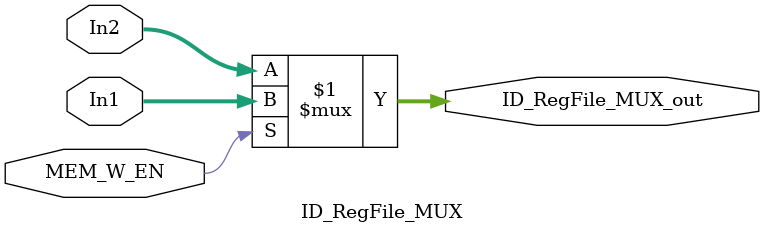
<source format=v>
module ID_RegFile_MUX (
  input MEM_W_EN,
	input[3:0] In1,In2,
	output[3:0] ID_RegFile_MUX_out
);

assign ID_RegFile_MUX_out = MEM_W_EN ? In1: In2;

endmodule







</source>
